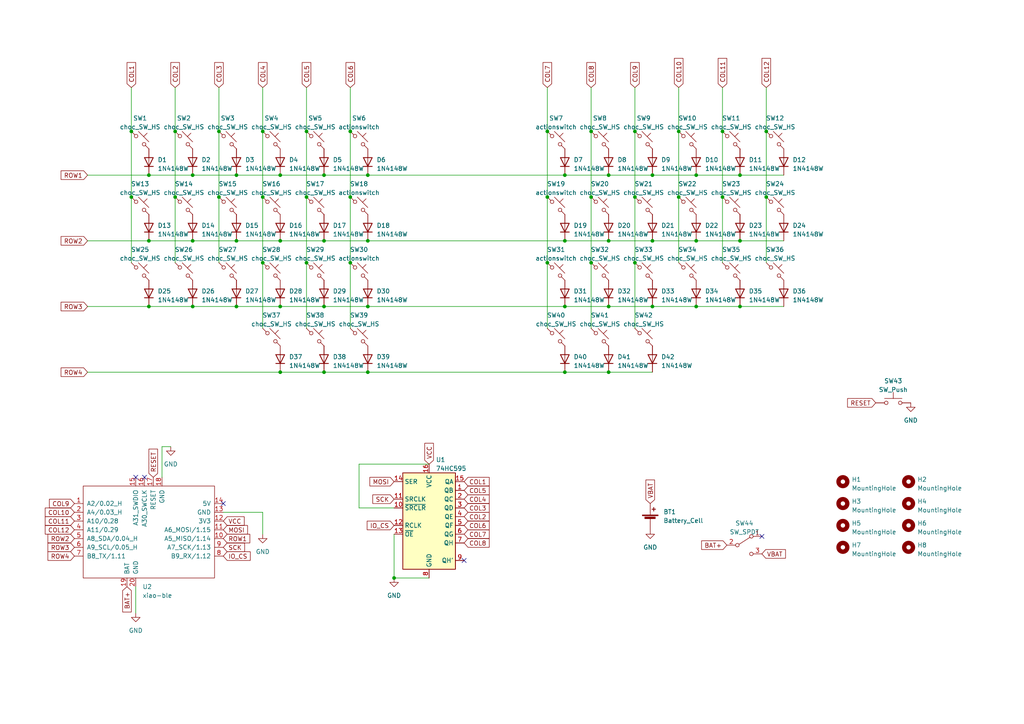
<source format=kicad_sch>
(kicad_sch (version 20230121) (generator eeschema)
  (paper "A4")
  (lib_symbols
    (symbol "74xx:74HC595"
      (property "Reference" "U" (at -7.62 13.97 0))
      (property "Value" "74HC595" (at -7.62 -16.51 0))
      (symbol "74HC595_1_0"
        (pin tri_state line (at 10.16 7.62 180) (length 2.54) (name "QB") (number "1"))
        (pin input line (at -10.16 2.54 0) (length 2.54) (name "~{SRCLR}") (number "10"))
        (pin input line (at -10.16 5.08 0) (length 2.54) (name "SRCLK") (number "11"))
        (pin input line (at -10.16 -2.54 0) (length 2.54) (name "RCLK") (number "12"))
        (pin input line (at -10.16 -5.08 0) (length 2.54) (name "~{OE}") (number "13"))
        (pin input line (at -10.16 10.16 0) (length 2.54) (name "SER") (number "14"))
        (pin tri_state line (at 10.16 10.16 180) (length 2.54) (name "QA") (number "15"))
        (pin power_in line (at 0 15.24 270) (length 2.54) (name "VCC") (number "16"))
        (pin tri_state line (at 10.16 5.08 180) (length 2.54) (name "QC") (number "2"))
        (pin tri_state line (at 10.16 2.54 180) (length 2.54) (name "QD") (number "3"))
        (pin tri_state line (at 10.16 0 180) (length 2.54) (name "QE") (number "4"))
        (pin tri_state line (at 10.16 -2.54 180) (length 2.54) (name "QF") (number "5"))
        (pin tri_state line (at 10.16 -5.08 180) (length 2.54) (name "QG") (number "6"))
        (pin tri_state line (at 10.16 -7.62 180) (length 2.54) (name "QH") (number "7"))
        (pin power_in line (at 0 -17.78 90) (length 2.54) (name "GND") (number "8"))
        (pin output line (at 10.16 -12.7 180) (length 2.54) (name "QH'") (number "9"))
      )
      (symbol "74HC595_1_1"
        (rectangle (start -7.62 12.7) (end 7.62 -15.24) (stroke (width 0.254)) (fill (type background)))
      )
    )
    (symbol "Device:Battery_Cell" (pin_numbers hide) (pin_names (offset 0) hide)
      (property "Reference" "BT" (at 2.54 2.54 0))
      (property "Value" "Battery_Cell" (at 2.54 0 0))
      (symbol "Battery_Cell_0_1"
        (rectangle (start -2.286 1.778) (end 2.286 1.524) (fill (type outline)))
        (rectangle (start -1.5748 1.1938) (end 1.4732 0.6858) (fill (type outline)))
        (polyline (pts (xy 0 0.762) (xy 0 0)))
        (polyline (pts (xy 0 1.778) (xy 0 2.54)))
        (polyline (pts (xy 0.508 3.429) (xy 1.524 3.429)) (stroke (width 0.254)))
        (polyline (pts (xy 1.016 3.937) (xy 1.016 2.921)) (stroke (width 0.254)))
      )
      (symbol "Battery_Cell_1_1"
        (pin passive line (at 0 5.08 270) (length 2.54) (name "+") (number "1"))
        (pin passive line (at 0 -2.54 90) (length 2.54) (name "-") (number "2"))
      )
    )
    (symbol "Diode:1N4148W" (pin_numbers hide) (pin_names hide)
      (property "Reference" "D" (at 0 2.54 0))
      (property "Value" "1N4148W" (at 0 -2.54 0))
      (symbol "1N4148W_0_1"
        (polyline (pts (xy -1.27 1.27) (xy -1.27 -1.27)) (stroke (width 0.254)))
        (polyline (pts (xy 1.27 0) (xy -1.27 0)))
        (polyline (pts (xy 1.27 1.27) (xy 1.27 -1.27) (xy -1.27 0) (xy 1.27 1.27)) (stroke (width 0.254)))
      )
      (symbol "1N4148W_1_1"
        (pin passive line (at -3.81 0 0) (length 2.54) (name "K") (number "1"))
        (pin passive line (at 3.81 0 180) (length 2.54) (name "A") (number "2"))
      )
    )
    (symbol "Mechanical:MountingHole" (pin_names (offset 1.016))
      (property "Reference" "H" (at 0 5.08 0))
      (property "Value" "MountingHole" (at 0 3.175 0))
      (symbol "MountingHole_0_1"
        (circle (center 0 0) (radius 1.27) (stroke (width 1.27)))
      )
    )
    (symbol "Switch:SW_Push" (pin_numbers hide) (pin_names (offset 1.016) hide)
      (property "Reference" "SW" (at 1.27 2.54 0))
      (property "Value" "SW_Push" (at 0 -1.524 0))
      (symbol "SW_Push_0_1"
        (circle (center -2.032 0) (radius 0.508))
        (polyline (pts (xy 0 1.27) (xy 0 3.048)))
        (polyline (pts (xy 2.54 1.27) (xy -2.54 1.27)))
        (circle (center 2.032 0) (radius 0.508))
        (pin passive line (at -5.08 0 0) (length 2.54) (name "1") (number "1"))
        (pin passive line (at 5.08 0 180) (length 2.54) (name "2") (number "2"))
      )
    )
    (symbol "Switch:SW_SPDT" (pin_names (offset 0) hide)
      (property "Reference" "SW" (at 0 4.318 0))
      (property "Value" "SW_SPDT" (at 0 -5.08 0))
      (symbol "SW_SPDT_0_0"
        (circle (center -2.032 0) (radius 0.508))
        (circle (center 2.032 -2.54) (radius 0.508))
      )
      (symbol "SW_SPDT_0_1"
        (polyline (pts (xy -1.524 0.254) (xy 1.651 2.286)))
        (circle (center 2.032 2.54) (radius 0.508))
      )
      (symbol "SW_SPDT_1_1"
        (pin passive line (at 5.08 2.54 180) (length 2.54) (name "A") (number "1"))
        (pin passive line (at -5.08 0 0) (length 2.54) (name "B") (number "2"))
        (pin passive line (at 5.08 -2.54 180) (length 2.54) (name "C") (number "3"))
      )
    )
    (symbol "power:GND" (power) (pin_names (offset 0))
      (property "Value" "GND" (at 0 -3.81 0))
      (symbol "GND_0_1"
        (polyline (pts (xy 0 0) (xy 0 -1.27) (xy 1.27 -1.27) (xy 0 -2.54) (xy -1.27 -1.27) (xy 0 -1.27)))
      )
      (symbol "GND_1_1"
        (pin power_in line (at 0 0 270) (length 0) hide (name "GND") (number "1"))
      )
    )
    (symbol "sepp:actionswitch" (pin_numbers hide) (pin_names (offset 1.016) hide)
      (property "Reference" "SW" (at 3.048 1.016 0))
      (property "Value" "actionswitch" (at 0 -3.81 0))
      (symbol "actionswitch_0_1"
        (circle (center -1.1684 1.1684) (radius 0.508))
        (polyline (pts (xy -0.508 2.54) (xy 2.54 -0.508)))
        (polyline (pts (xy 1.016 1.016) (xy 2.032 2.032)))
        (polyline (pts (xy -2.54 2.54) (xy -1.524 1.524) (xy -1.524 1.524)))
        (polyline (pts (xy 1.524 -1.524) (xy 2.54 -2.54) (xy 2.54 -2.54) (xy 2.54 -2.54)))
        (circle (center 1.143 -1.1938) (radius 0.508))
        (pin passive line (at -2.54 2.54 0) (length 0) (name "1") (number "1"))
        (pin passive line (at 2.54 -2.54 180) (length 0) (name "2") (number "2"))
      )
    )
    (symbol "sepp:choc_SW_HS" (pin_numbers hide) (pin_names (offset 1.016) hide)
      (property "Reference" "SW" (at 3.048 1.016 0))
      (property "Value" "choc_SW_HS" (at 0 -3.81 0))
      (symbol "choc_SW_HS_0_1"
        (circle (center -1.1684 1.1684) (radius 0.508))
        (polyline (pts (xy -0.508 2.54) (xy 2.54 -0.508)))
        (polyline (pts (xy 1.016 1.016) (xy 2.032 2.032)))
        (polyline (pts (xy -2.54 2.54) (xy -1.524 1.524) (xy -1.524 1.524)))
        (polyline (pts (xy 1.524 -1.524) (xy 2.54 -2.54) (xy 2.54 -2.54) (xy 2.54 -2.54)))
        (circle (center 1.143 -1.1938) (radius 0.508))
        (pin passive line (at -2.54 2.54 0) (length 0) (name "1") (number "1"))
        (pin passive line (at 2.54 -2.54 180) (length 0) (name "2") (number "2"))
      )
    )
    (symbol "sepp:xiao-ble-geist" (pin_names (offset 1.016))
      (property "Reference" "U1" (at -19.304 17.78 0))
      (property "Value" "xiao-ble" (at -19.304 15.24 0))
      (symbol "xiao-ble-geist_0_1"
        (rectangle (start -19.05 12.7) (end 19.05 -13.97))
      )
      (symbol "xiao-ble-geist_1_1"
        (pin bidirectional line (at -21.59 7.62 0) (length 2.54) (name "A2/0.02_H") (number "1"))
        (pin bidirectional line (at 21.59 -2.54 180) (length 2.54) (name "A5_MISO/1.14") (number "10"))
        (pin bidirectional line (at 21.59 0 180) (length 2.54) (name "A6_MOSI/1.15") (number "11"))
        (pin power_out line (at 21.59 2.54 180) (length 2.54) (name "3V3") (number "12"))
        (pin power_out line (at 21.59 5.08 180) (length 2.54) (name "GND") (number "13"))
        (pin power_out line (at 21.59 7.62 180) (length 2.54) (name "5V") (number "14"))
        (pin input line (at -3.81 15.24 270) (length 2.54) (name "A31_SWDIO") (number "15"))
        (pin input line (at -1.27 15.24 270) (length 2.54) (name "A30_SWCLK") (number "16"))
        (pin input line (at 1.27 15.24 270) (length 2.54) (name "RESET") (number "17"))
        (pin power_out line (at 3.81 15.24 270) (length 2.54) (name "GND") (number "18"))
        (pin bidirectional line (at -6.35 -16.51 90) (length 2.54) (name "BAT") (number "19"))
        (pin bidirectional line (at -21.59 5.08 0) (length 2.54) (name "A4/0.03_H") (number "2"))
        (pin power_out line (at -3.81 -16.51 90) (length 2.54) (name "GND") (number "20"))
        (pin bidirectional line (at -21.59 2.54 0) (length 2.54) (name "A10/0.28") (number "3"))
        (pin bidirectional line (at -21.59 0 0) (length 2.54) (name "A11/0.29") (number "4"))
        (pin bidirectional line (at -21.59 -2.54 0) (length 2.54) (name "A8_SDA/0.04_H") (number "5"))
        (pin bidirectional line (at -21.59 -5.08 0) (length 2.54) (name "A9_SCL/0.05_H") (number "6"))
        (pin bidirectional line (at -21.59 -7.62 0) (length 2.54) (name "B8_TX/1.11") (number "7"))
        (pin bidirectional line (at 21.59 -7.62 180) (length 2.54) (name "B9_RX/1.12") (number "8"))
        (pin bidirectional line (at 21.59 -5.08 180) (length 2.54) (name "A7_SCK/1.13") (number "9"))
      )
    )
  )
  (junction (at 76.2 57.15))
  (junction (at 55.88 69.85))
  (junction (at 189.23 50.8))
  (junction (at 201.93 88.9))
  (junction (at 214.63 69.85))
  (junction (at 93.98 88.9))
  (junction (at 76.2 76.2))
  (junction (at 93.98 69.85))
  (junction (at 55.88 88.9))
  (junction (at 209.55 57.15))
  (junction (at 88.9 57.15))
  (junction (at 184.15 38.1))
  (junction (at 43.18 50.8))
  (junction (at 50.8 57.15))
  (junction (at 76.2 38.1))
  (junction (at 88.9 38.1))
  (junction (at 106.68 50.8))
  (junction (at 68.58 50.8))
  (junction (at 101.6 38.1))
  (junction (at 176.53 107.95))
  (junction (at 101.6 76.2))
  (junction (at 171.45 38.1))
  (junction (at 106.68 88.9))
  (junction (at 214.63 88.9))
  (junction (at 163.83 69.85))
  (junction (at 101.6 57.15))
  (junction (at 163.83 50.8))
  (junction (at 196.85 57.15))
  (junction (at 209.55 38.1))
  (junction (at 55.88 50.8))
  (junction (at 93.98 50.8))
  (junction (at 68.58 88.9))
  (junction (at 189.23 69.85))
  (junction (at 88.9 76.2))
  (junction (at 176.53 69.85))
  (junction (at 114.3 167.64))
  (junction (at 201.93 50.8))
  (junction (at 163.83 88.9))
  (junction (at 196.85 38.1))
  (junction (at 106.68 69.85))
  (junction (at 222.25 38.1))
  (junction (at 201.93 69.85))
  (junction (at 68.58 69.85))
  (junction (at 184.15 57.15))
  (junction (at 158.75 76.2))
  (junction (at 158.75 38.1))
  (junction (at 63.5 57.15))
  (junction (at 106.68 107.95))
  (junction (at 176.53 50.8))
  (junction (at 222.25 57.15))
  (junction (at 184.15 76.2))
  (junction (at 81.28 50.8))
  (junction (at 176.53 88.9))
  (junction (at 158.75 57.15))
  (junction (at 81.28 69.85))
  (junction (at 63.5 38.1))
  (junction (at 38.1 38.1))
  (junction (at 43.18 69.85))
  (junction (at 81.28 88.9))
  (junction (at 43.18 88.9))
  (junction (at 38.1 57.15))
  (junction (at 214.63 50.8))
  (junction (at 50.8 38.1))
  (junction (at 81.28 107.95))
  (junction (at 171.45 57.15))
  (junction (at 93.98 107.95))
  (junction (at 163.83 107.95))
  (junction (at 189.23 88.9))
  (junction (at 171.45 76.2))
  (no_connect (at 39.37 138.43))
  (no_connect (at 64.77 146.05))
  (no_connect (at 41.91 138.43))
  (no_connect (at 134.62 162.56))
  (no_connect (at 220.98 155.575))
  (wire (pts (xy 163.83 88.9) (xy 176.53 88.9)))
  (wire (pts (xy 222.25 25.4) (xy 222.25 38.1)))
  (wire (pts (xy 76.2 38.1) (xy 76.2 57.15)))
  (wire (pts (xy 63.5 57.15) (xy 63.5 76.2)))
  (wire (pts (xy 171.45 38.1) (xy 171.45 57.15)))
  (wire (pts (xy 55.88 69.85) (xy 68.58 69.85)))
  (wire (pts (xy 201.93 88.9) (xy 214.63 88.9)))
  (wire (pts (xy 184.15 38.1) (xy 184.15 57.15)))
  (wire (pts (xy 63.5 25.4) (xy 63.5 38.1)))
  (wire (pts (xy 176.53 69.85) (xy 189.23 69.85)))
  (wire (pts (xy 43.18 69.85) (xy 55.88 69.85)))
  (wire (pts (xy 196.85 25.4) (xy 196.85 38.1)))
  (wire (pts (xy 214.63 50.8) (xy 227.33 50.8)))
  (wire (pts (xy 158.75 76.2) (xy 158.75 95.25)))
  (wire (pts (xy 158.75 38.1) (xy 158.75 57.15)))
  (wire (pts (xy 114.3 167.64) (xy 124.46 167.64)))
  (wire (pts (xy 25.4 69.85) (xy 43.18 69.85)))
  (wire (pts (xy 81.28 107.95) (xy 93.98 107.95)))
  (wire (pts (xy 201.93 50.8) (xy 214.63 50.8)))
  (wire (pts (xy 81.28 69.85) (xy 93.98 69.85)))
  (wire (pts (xy 50.8 57.15) (xy 50.8 76.2)))
  (wire (pts (xy 104.14 147.32) (xy 104.14 134.62)))
  (wire (pts (xy 214.63 69.85) (xy 227.33 69.85)))
  (wire (pts (xy 106.68 88.9) (xy 163.83 88.9)))
  (wire (pts (xy 50.8 38.1) (xy 50.8 57.15)))
  (wire (pts (xy 163.83 50.8) (xy 176.53 50.8)))
  (wire (pts (xy 184.15 57.15) (xy 184.15 76.2)))
  (wire (pts (xy 176.53 88.9) (xy 189.23 88.9)))
  (wire (pts (xy 106.68 50.8) (xy 163.83 50.8)))
  (wire (pts (xy 101.6 38.1) (xy 101.6 57.15)))
  (wire (pts (xy 106.68 107.95) (xy 163.83 107.95)))
  (wire (pts (xy 39.37 177.8) (xy 39.37 170.18)))
  (wire (pts (xy 189.23 88.9) (xy 201.93 88.9)))
  (wire (pts (xy 189.23 50.8) (xy 201.93 50.8)))
  (wire (pts (xy 38.1 25.4) (xy 38.1 38.1)))
  (wire (pts (xy 76.2 148.59) (xy 64.77 148.59)))
  (wire (pts (xy 158.75 57.15) (xy 158.75 76.2)))
  (wire (pts (xy 201.93 69.85) (xy 214.63 69.85)))
  (wire (pts (xy 55.88 50.8) (xy 68.58 50.8)))
  (wire (pts (xy 171.45 25.4) (xy 171.45 38.1)))
  (wire (pts (xy 209.55 25.4) (xy 209.55 38.1)))
  (wire (pts (xy 93.98 50.8) (xy 106.68 50.8)))
  (wire (pts (xy 196.85 57.15) (xy 196.85 76.2)))
  (wire (pts (xy 209.55 38.1) (xy 209.55 57.15)))
  (wire (pts (xy 38.1 57.15) (xy 38.1 76.2)))
  (wire (pts (xy 93.98 107.95) (xy 106.68 107.95)))
  (wire (pts (xy 76.2 57.15) (xy 76.2 76.2)))
  (wire (pts (xy 81.28 88.9) (xy 93.98 88.9)))
  (wire (pts (xy 88.9 38.1) (xy 88.9 57.15)))
  (wire (pts (xy 222.25 38.1) (xy 222.25 57.15)))
  (wire (pts (xy 158.75 25.4) (xy 158.75 38.1)))
  (wire (pts (xy 43.18 88.9) (xy 55.88 88.9)))
  (wire (pts (xy 101.6 57.15) (xy 101.6 76.2)))
  (wire (pts (xy 38.1 38.1) (xy 38.1 57.15)))
  (wire (pts (xy 93.98 88.9) (xy 106.68 88.9)))
  (wire (pts (xy 184.15 76.2) (xy 184.15 95.25)))
  (wire (pts (xy 214.63 88.9) (xy 227.33 88.9)))
  (wire (pts (xy 25.4 107.95) (xy 81.28 107.95)))
  (wire (pts (xy 104.14 134.62) (xy 124.46 134.62)))
  (wire (pts (xy 171.45 57.15) (xy 171.45 76.2)))
  (wire (pts (xy 189.23 69.85) (xy 201.93 69.85)))
  (wire (pts (xy 106.68 69.85) (xy 163.83 69.85)))
  (wire (pts (xy 46.99 129.54) (xy 46.99 138.43)))
  (wire (pts (xy 76.2 76.2) (xy 76.2 95.25)))
  (wire (pts (xy 88.9 57.15) (xy 88.9 76.2)))
  (wire (pts (xy 114.3 154.94) (xy 114.3 167.64)))
  (wire (pts (xy 81.28 50.8) (xy 93.98 50.8)))
  (wire (pts (xy 25.4 88.9) (xy 43.18 88.9)))
  (wire (pts (xy 93.98 69.85) (xy 106.68 69.85)))
  (wire (pts (xy 101.6 25.4) (xy 101.6 38.1)))
  (wire (pts (xy 76.2 25.4) (xy 76.2 38.1)))
  (wire (pts (xy 171.45 76.2) (xy 171.45 95.25)))
  (wire (pts (xy 196.85 38.1) (xy 196.85 57.15)))
  (wire (pts (xy 101.6 76.2) (xy 101.6 95.25)))
  (wire (pts (xy 68.58 50.8) (xy 81.28 50.8)))
  (wire (pts (xy 222.25 57.15) (xy 222.25 76.2)))
  (wire (pts (xy 55.88 88.9) (xy 68.58 88.9)))
  (wire (pts (xy 88.9 25.4) (xy 88.9 38.1)))
  (wire (pts (xy 25.4 50.8) (xy 43.18 50.8)))
  (wire (pts (xy 49.53 129.54) (xy 46.99 129.54)))
  (wire (pts (xy 176.53 107.95) (xy 189.23 107.95)))
  (wire (pts (xy 114.3 147.32) (xy 104.14 147.32)))
  (wire (pts (xy 76.2 154.94) (xy 76.2 148.59)))
  (wire (pts (xy 68.58 69.85) (xy 81.28 69.85)))
  (wire (pts (xy 163.83 69.85) (xy 176.53 69.85)))
  (wire (pts (xy 176.53 50.8) (xy 189.23 50.8)))
  (wire (pts (xy 209.55 57.15) (xy 209.55 76.2)))
  (wire (pts (xy 68.58 88.9) (xy 81.28 88.9)))
  (wire (pts (xy 50.8 25.4) (xy 50.8 38.1)))
  (wire (pts (xy 184.15 25.4) (xy 184.15 38.1)))
  (wire (pts (xy 63.5 38.1) (xy 63.5 57.15)))
  (wire (pts (xy 88.9 76.2) (xy 88.9 95.25)))
  (wire (pts (xy 43.18 50.8) (xy 55.88 50.8)))
  (wire (pts (xy 163.83 107.95) (xy 176.53 107.95)))
  (global_label "COL10" (shape input) (at 196.85 25.4 90) (property "Intersheetrefs" "${INTERSHEET_REFS}" (effects hide)))
  (global_label "ROW2" (shape input) (at 21.59 156.21 180) (property "Intersheetrefs" "${INTERSHEET_REFS}" (effects hide)))
  (global_label "COL5" (shape input) (at 134.62 142.24 0) (property "Intersheetrefs" "${INTERSHEET_REFS}" (effects hide)))
  (global_label "VCC" (shape input) (at 124.46 134.62 90) (property "Intersheetrefs" "${INTERSHEET_REFS}" (effects hide)))
  (global_label "COL7" (shape input) (at 158.75 25.4 90) (property "Intersheetrefs" "${INTERSHEET_REFS}" (effects hide)))
  (global_label "ROW2" (shape input) (at 25.4 69.85 180) (property "Intersheetrefs" "${INTERSHEET_REFS}" (effects hide)))
  (global_label "COL9" (shape input) (at 21.59 146.05 180) (property "Intersheetrefs" "${INTERSHEET_REFS}" (effects hide)))
  (global_label "MOSI" (shape input) (at 114.3 139.7 180) (property "Intersheetrefs" "${INTERSHEET_REFS}" (effects hide)))
  (global_label "COL1" (shape input) (at 134.62 139.7 0) (property "Intersheetrefs" "${INTERSHEET_REFS}" (effects hide)))
  (global_label "COL9" (shape input) (at 184.15 25.4 90) (property "Intersheetrefs" "${INTERSHEET_REFS}" (effects hide)))
  (global_label "COL12" (shape input) (at 222.25 25.4 90) (property "Intersheetrefs" "${INTERSHEET_REFS}" (effects hide)))
  (global_label "SCK" (shape input) (at 114.3 144.78 180) (property "Intersheetrefs" "${INTERSHEET_REFS}" (effects hide)))
  (global_label "COL2" (shape input) (at 134.62 149.86 0) (property "Intersheetrefs" "${INTERSHEET_REFS}" (effects hide)))
  (global_label "BAT+" (shape input) (at 36.83 170.18 270) (property "Intersheetrefs" "${INTERSHEET_REFS}" (effects hide)))
  (global_label "IO_CS" (shape input) (at 114.3 152.4 180) (property "Intersheetrefs" "${INTERSHEET_REFS}" (effects hide)))
  (global_label "BAT+" (shape input) (at 210.82 158.115 180) (property "Intersheetrefs" "${INTERSHEET_REFS}" (effects hide)))
  (global_label "COL10" (shape input) (at 21.59 148.59 180) (property "Intersheetrefs" "${INTERSHEET_REFS}" (effects hide)))
  (global_label "COL12" (shape input) (at 21.59 153.67 180) (property "Intersheetrefs" "${INTERSHEET_REFS}" (effects hide)))
  (global_label "VCC" (shape input) (at 64.77 151.13 0) (property "Intersheetrefs" "${INTERSHEET_REFS}" (effects hide)))
  (global_label "COL8" (shape input) (at 171.45 25.4 90) (property "Intersheetrefs" "${INTERSHEET_REFS}" (effects hide)))
  (global_label "COL1" (shape input) (at 38.1 25.4 90) (property "Intersheetrefs" "${INTERSHEET_REFS}" (effects hide)))
  (global_label "COL4" (shape input) (at 134.62 144.78 0) (property "Intersheetrefs" "${INTERSHEET_REFS}" (effects hide)))
  (global_label "COL5" (shape input) (at 88.9 25.4 90) (property "Intersheetrefs" "${INTERSHEET_REFS}" (effects hide)))
  (global_label "COL6" (shape input) (at 101.6 25.4 90) (property "Intersheetrefs" "${INTERSHEET_REFS}" (effects hide)))
  (global_label "COL8" (shape input) (at 134.62 157.48 0) (property "Intersheetrefs" "${INTERSHEET_REFS}" (effects hide)))
  (global_label "COL4" (shape input) (at 76.2 25.4 90) (property "Intersheetrefs" "${INTERSHEET_REFS}" (effects hide)))
  (global_label "MOSI" (shape input) (at 64.77 153.67 0) (property "Intersheetrefs" "${INTERSHEET_REFS}" (effects hide)))
  (global_label "COL11" (shape input) (at 209.55 25.4 90) (property "Intersheetrefs" "${INTERSHEET_REFS}" (effects hide)))
  (global_label "RESET" (shape input) (at 254 116.84 180) (property "Intersheetrefs" "${INTERSHEET_REFS}" (effects hide)))
  (global_label "COL6" (shape input) (at 134.62 152.4 0) (property "Intersheetrefs" "${INTERSHEET_REFS}" (effects hide)))
  (global_label "IO_CS" (shape input) (at 64.77 161.29 0) (property "Intersheetrefs" "${INTERSHEET_REFS}" (effects hide)))
  (global_label "ROW3" (shape input) (at 25.4 88.9 180) (property "Intersheetrefs" "${INTERSHEET_REFS}" (effects hide)))
  (global_label "ROW4" (shape input) (at 25.4 107.95 180) (property "Intersheetrefs" "${INTERSHEET_REFS}" (effects hide)))
  (global_label "COL3" (shape input) (at 134.62 147.32 0) (property "Intersheetrefs" "${INTERSHEET_REFS}" (effects hide)))
  (global_label "COL3" (shape input) (at 63.5 25.4 90) (property "Intersheetrefs" "${INTERSHEET_REFS}" (effects hide)))
  (global_label "ROW3" (shape input) (at 21.59 158.75 180) (property "Intersheetrefs" "${INTERSHEET_REFS}" (effects hide)))
  (global_label "SCK" (shape input) (at 64.77 158.75 0) (property "Intersheetrefs" "${INTERSHEET_REFS}" (effects hide)))
  (global_label "ROW4" (shape input) (at 21.59 161.29 180) (property "Intersheetrefs" "${INTERSHEET_REFS}" (effects hide)))
  (global_label "ROW1" (shape input) (at 64.77 156.21 0) (property "Intersheetrefs" "${INTERSHEET_REFS}" (effects hide)))
  (global_label "VBAT" (shape input) (at 188.595 146.05 90) (property "Intersheetrefs" "${INTERSHEET_REFS}" (effects hide)))
  (global_label "COL2" (shape input) (at 50.8 25.4 90) (property "Intersheetrefs" "${INTERSHEET_REFS}" (effects hide)))
  (global_label "ROW1" (shape input) (at 25.4 50.8 180) (property "Intersheetrefs" "${INTERSHEET_REFS}" (effects hide)))
  (global_label "COL7" (shape input) (at 134.62 154.94 0) (property "Intersheetrefs" "${INTERSHEET_REFS}" (effects hide)))
  (global_label "RESET" (shape input) (at 44.45 138.43 90) (property "Intersheetrefs" "${INTERSHEET_REFS}" (effects hide)))
  (global_label "VBAT" (shape input) (at 220.98 160.655 0) (property "Intersheetrefs" "${INTERSHEET_REFS}" (effects hide)))
  (global_label "COL11" (shape input) (at 21.59 151.13 180) (property "Intersheetrefs" "${INTERSHEET_REFS}" (effects hide)))
  (symbol (lib_id "sepp:choc_SW_HS") (at 212.09 59.69 0) (unit 1)
    (property "Reference" "SW23" (at 212.09 53.34 0))
    (property "Value" "choc_SW_HS" (at 212.09 55.88 0))
    (property "Footprint" "sepp:SW_choc_HS_1u" (effects hide))
  )
  (symbol (lib_id "sepp:actionswitch") (at 104.14 40.64 0) (unit 1)
    (property "Reference" "SW6" (at 104.14 34.29 0))
    (property "Value" "actionswitch" (at 104.14 36.83 0))
    (property "Footprint" "sepp:actionswitch" (effects hide))
  )
  (symbol (lib_id "sepp:choc_SW_HS") (at 40.64 40.64 0) (unit 1)
    (property "Reference" "SW1" (at 40.64 34.29 0))
    (property "Value" "choc_SW_HS" (at 40.64 36.83 0))
    (property "Footprint" "sepp:SW_choc_HS_1u" (effects hide))
  )
  (symbol (lib_id "sepp:choc_SW_HS") (at 186.69 78.74 0) (unit 1)
    (property "Reference" "SW33" (at 186.69 72.39 0))
    (property "Value" "choc_SW_HS" (at 186.69 74.93 0))
    (property "Footprint" "sepp:SW_choc_HS_1u" (effects hide))
  )
  (symbol (lib_id "sepp:choc_SW_HS") (at 224.79 40.64 0) (unit 1)
    (property "Reference" "SW12" (at 224.79 34.29 0))
    (property "Value" "choc_SW_HS" (at 224.79 36.83 0))
    (property "Footprint" "sepp:SW_choc_HS_1u" (effects hide))
  )
  (symbol (lib_id "sepp:actionswitch") (at 161.29 59.69 0) (unit 1)
    (property "Reference" "SW19" (at 161.29 53.34 0))
    (property "Value" "actionswitch" (at 161.29 55.88 0))
    (property "Footprint" "sepp:actionswitch" (effects hide))
  )
  (symbol (lib_id "sepp:choc_SW_HS") (at 199.39 78.74 0) (unit 1)
    (property "Reference" "SW34" (at 199.39 72.39 0))
    (property "Value" "choc_SW_HS" (at 199.39 74.93 0))
    (property "Footprint" "sepp:SW_choc_HS_1u" (effects hide))
  )
  (symbol (lib_id "Diode:1N4148W") (at 81.28 46.99 90) (unit 1)
    (property "Reference" "D4" (at 83.82 46.355 90) (effects (justify right)))
    (property "Value" "1N4148W" (at 83.82 48.895 90) (effects (justify right)))
    (property "Footprint" "sepp:D_SOD-123" (effects hide))
    (property "Datasheet" "https://www.vishay.com/docs/85748/1n4148w.pdf" (effects hide))
    (property "Sim.Device" "D" (effects hide))
    (property "Sim.Pins" "1=K 2=A" (effects hide))
  )
  (symbol (lib_id "Diode:1N4148W") (at 163.83 66.04 90) (unit 1)
    (property "Reference" "D19" (at 166.37 65.405 90) (effects (justify right)))
    (property "Value" "1N4148W" (at 166.37 67.945 90) (effects (justify right)))
    (property "Footprint" "sepp:D_SOD-123" (effects hide))
    (property "Datasheet" "https://www.vishay.com/docs/85748/1n4148w.pdf" (effects hide))
    (property "Sim.Device" "D" (effects hide))
    (property "Sim.Pins" "1=K 2=A" (effects hide))
  )
  (symbol (lib_id "sepp:choc_SW_HS") (at 199.39 59.69 0) (unit 1)
    (property "Reference" "SW22" (at 199.39 53.34 0))
    (property "Value" "choc_SW_HS" (at 199.39 55.88 0))
    (property "Footprint" "sepp:SW_choc_HS_1u" (effects hide))
  )
  (symbol (lib_id "Diode:1N4148W") (at 43.18 85.09 90) (unit 1)
    (property "Reference" "D25" (at 45.72 84.455 90) (effects (justify right)))
    (property "Value" "1N4148W" (at 45.72 86.995 90) (effects (justify right)))
    (property "Footprint" "sepp:D_SOD-123" (effects hide))
    (property "Datasheet" "https://www.vishay.com/docs/85748/1n4148w.pdf" (effects hide))
    (property "Sim.Device" "D" (effects hide))
    (property "Sim.Pins" "1=K 2=A" (effects hide))
  )
  (symbol (lib_id "Diode:1N4148W") (at 227.33 66.04 90) (unit 1)
    (property "Reference" "D24" (at 229.87 65.405 90) (effects (justify right)))
    (property "Value" "1N4148W" (at 229.87 67.945 90) (effects (justify right)))
    (property "Footprint" "sepp:D_SOD-123" (effects hide))
    (property "Datasheet" "https://www.vishay.com/docs/85748/1n4148w.pdf" (effects hide))
    (property "Sim.Device" "D" (effects hide))
    (property "Sim.Pins" "1=K 2=A" (effects hide))
  )
  (symbol (lib_id "Diode:1N4148W") (at 214.63 85.09 90) (unit 1)
    (property "Reference" "D35" (at 217.17 84.455 90) (effects (justify right)))
    (property "Value" "1N4148W" (at 217.17 86.995 90) (effects (justify right)))
    (property "Footprint" "sepp:D_SOD-123" (effects hide))
    (property "Datasheet" "https://www.vishay.com/docs/85748/1n4148w.pdf" (effects hide))
    (property "Sim.Device" "D" (effects hide))
    (property "Sim.Pins" "1=K 2=A" (effects hide))
  )
  (symbol (lib_id "Mechanical:MountingHole") (at 263.525 139.7 0) (unit 1)
    (property "Reference" "H2" (at 266.065 139.065 0) (effects (justify left)))
    (property "Value" "MountingHole" (at 266.065 141.605 0) (effects (justify left)))
    (property "Footprint" "MountingHole:MountingHole_2.2mm_M2_DIN965" (effects hide))
  )
  (symbol (lib_id "sepp:choc_SW_HS") (at 66.04 40.64 0) (unit 1)
    (property "Reference" "SW3" (at 66.04 34.29 0))
    (property "Value" "choc_SW_HS" (at 66.04 36.83 0))
    (property "Footprint" "sepp:SW_choc_HS_1u" (effects hide))
  )
  (symbol (lib_id "sepp:actionswitch") (at 161.29 40.64 0) (unit 1)
    (property "Reference" "SW7" (at 161.29 34.29 0))
    (property "Value" "actionswitch" (at 161.29 36.83 0))
    (property "Footprint" "sepp:actionswitch" (effects hide))
  )
  (symbol (lib_id "sepp:choc_SW_HS") (at 53.34 78.74 0) (unit 1)
    (property "Reference" "SW26" (at 53.34 72.39 0))
    (property "Value" "choc_SW_HS" (at 53.34 74.93 0))
    (property "Footprint" "sepp:SW_choc_HS_1u" (effects hide))
  )
  (symbol (lib_id "sepp:choc_SW_HS") (at 78.74 59.69 0) (unit 1)
    (property "Reference" "SW16" (at 78.74 53.34 0))
    (property "Value" "choc_SW_HS" (at 78.74 55.88 0))
    (property "Footprint" "sepp:SW_choc_HS_1u" (effects hide))
  )
  (symbol (lib_id "Diode:1N4148W") (at 43.18 46.99 90) (unit 1)
    (property "Reference" "D1" (at 45.72 46.355 90) (effects (justify right)))
    (property "Value" "1N4148W" (at 45.72 48.895 90) (effects (justify right)))
    (property "Footprint" "sepp:D_SOD-123" (effects hide))
    (property "Datasheet" "https://www.vishay.com/docs/85748/1n4148w.pdf" (effects hide))
    (property "Sim.Device" "D" (effects hide))
    (property "Sim.Pins" "1=K 2=A" (effects hide))
  )
  (symbol (lib_id "sepp:choc_SW_HS") (at 173.99 78.74 0) (unit 1)
    (property "Reference" "SW32" (at 173.99 72.39 0))
    (property "Value" "choc_SW_HS" (at 173.99 74.93 0))
    (property "Footprint" "sepp:SW_choc_HS_1u" (effects hide))
  )
  (symbol (lib_id "Mechanical:MountingHole") (at 244.475 152.4 0) (unit 1)
    (property "Reference" "H5" (at 247.015 151.765 0) (effects (justify left)))
    (property "Value" "MountingHole" (at 247.015 154.305 0) (effects (justify left)))
    (property "Footprint" "MountingHole:MountingHole_2.2mm_M2_DIN965" (effects hide))
  )
  (symbol (lib_id "Diode:1N4148W") (at 189.23 85.09 90) (unit 1)
    (property "Reference" "D33" (at 191.77 84.455 90) (effects (justify right)))
    (property "Value" "1N4148W" (at 191.77 86.995 90) (effects (justify right)))
    (property "Footprint" "sepp:D_SOD-123" (effects hide))
    (property "Datasheet" "https://www.vishay.com/docs/85748/1n4148w.pdf" (effects hide))
    (property "Sim.Device" "D" (effects hide))
    (property "Sim.Pins" "1=K 2=A" (effects hide))
  )
  (symbol (lib_id "Diode:1N4148W") (at 93.98 85.09 90) (unit 1)
    (property "Reference" "D29" (at 96.52 84.455 90) (effects (justify right)))
    (property "Value" "1N4148W" (at 96.52 86.995 90) (effects (justify right)))
    (property "Footprint" "sepp:D_SOD-123" (effects hide))
    (property "Datasheet" "https://www.vishay.com/docs/85748/1n4148w.pdf" (effects hide))
    (property "Sim.Device" "D" (effects hide))
    (property "Sim.Pins" "1=K 2=A" (effects hide))
  )
  (symbol (lib_id "sepp:actionswitch") (at 104.14 59.69 0) (unit 1)
    (property "Reference" "SW18" (at 104.14 53.34 0))
    (property "Value" "actionswitch" (at 104.14 55.88 0))
    (property "Footprint" "sepp:actionswitch" (effects hide))
  )
  (symbol (lib_id "sepp:choc_SW_HS") (at 224.79 78.74 0) (unit 1)
    (property "Reference" "SW36" (at 224.79 72.39 0))
    (property "Value" "choc_SW_HS" (at 224.79 74.93 0))
    (property "Footprint" "sepp:SW_choc_HS_1u" (effects hide))
  )
  (symbol (lib_id "Diode:1N4148W") (at 163.83 46.99 90) (unit 1)
    (property "Reference" "D7" (at 166.37 46.355 90) (effects (justify right)))
    (property "Value" "1N4148W" (at 166.37 48.895 90) (effects (justify right)))
    (property "Footprint" "sepp:D_SOD-123" (effects hide))
    (property "Datasheet" "https://www.vishay.com/docs/85748/1n4148w.pdf" (effects hide))
    (property "Sim.Device" "D" (effects hide))
    (property "Sim.Pins" "1=K 2=A" (effects hide))
  )
  (symbol (lib_id "Diode:1N4148W") (at 163.83 85.09 90) (unit 1)
    (property "Reference" "D31" (at 166.37 84.455 90) (effects (justify right)))
    (property "Value" "1N4148W" (at 166.37 86.995 90) (effects (justify right)))
    (property "Footprint" "sepp:D_SOD-123" (effects hide))
    (property "Datasheet" "https://www.vishay.com/docs/85748/1n4148w.pdf" (effects hide))
    (property "Sim.Device" "D" (effects hide))
    (property "Sim.Pins" "1=K 2=A" (effects hide))
  )
  (symbol (lib_id "Mechanical:MountingHole") (at 263.525 158.75 0) (unit 1)
    (property "Reference" "H8" (at 266.065 158.115 0) (effects (justify left)))
    (property "Value" "MountingHole" (at 266.065 160.655 0) (effects (justify left)))
    (property "Footprint" "MountingHole:MountingHole_2.2mm_M2_DIN965" (effects hide))
  )
  (symbol (lib_id "sepp:choc_SW_HS") (at 53.34 59.69 0) (unit 1)
    (property "Reference" "SW14" (at 53.34 53.34 0))
    (property "Value" "choc_SW_HS" (at 53.34 55.88 0))
    (property "Footprint" "sepp:SW_choc_HS_1u" (effects hide))
  )
  (symbol (lib_id "Diode:1N4148W") (at 106.68 66.04 90) (unit 1)
    (property "Reference" "D18" (at 109.22 65.405 90) (effects (justify right)))
    (property "Value" "1N4148W" (at 109.22 67.945 90) (effects (justify right)))
    (property "Footprint" "sepp:D_SOD-123" (effects hide))
    (property "Datasheet" "https://www.vishay.com/docs/85748/1n4148w.pdf" (effects hide))
    (property "Sim.Device" "D" (effects hide))
    (property "Sim.Pins" "1=K 2=A" (effects hide))
  )
  (symbol (lib_id "power:GND") (at 49.53 129.54 0) (unit 1)
    (property "Reference" "#PWR02" (effects hide))
    (property "Value" "GND" (at 49.53 134.62 0))
  )
  (symbol (lib_id "Diode:1N4148W") (at 106.68 85.09 90) (unit 1)
    (property "Reference" "D30" (at 109.22 84.455 90) (effects (justify right)))
    (property "Value" "1N4148W" (at 109.22 86.995 90) (effects (justify right)))
    (property "Footprint" "sepp:D_SOD-123" (effects hide))
    (property "Datasheet" "https://www.vishay.com/docs/85748/1n4148w.pdf" (effects hide))
    (property "Sim.Device" "D" (effects hide))
    (property "Sim.Pins" "1=K 2=A" (effects hide))
  )
  (symbol (lib_id "Diode:1N4148W") (at 55.88 85.09 90) (unit 1)
    (property "Reference" "D26" (at 58.42 84.455 90) (effects (justify right)))
    (property "Value" "1N4148W" (at 58.42 86.995 90) (effects (justify right)))
    (property "Footprint" "sepp:D_SOD-123" (effects hide))
    (property "Datasheet" "https://www.vishay.com/docs/85748/1n4148w.pdf" (effects hide))
    (property "Sim.Device" "D" (effects hide))
    (property "Sim.Pins" "1=K 2=A" (effects hide))
  )
  (symbol (lib_id "sepp:choc_SW_HS") (at 173.99 40.64 0) (unit 1)
    (property "Reference" "SW8" (at 173.99 34.29 0))
    (property "Value" "choc_SW_HS" (at 173.99 36.83 0))
    (property "Footprint" "sepp:SW_choc_HS_1u" (effects hide))
  )
  (symbol (lib_id "Diode:1N4148W") (at 227.33 85.09 90) (unit 1)
    (property "Reference" "D36" (at 229.87 84.455 90) (effects (justify right)))
    (property "Value" "1N4148W" (at 229.87 86.995 90) (effects (justify right)))
    (property "Footprint" "sepp:D_SOD-123" (effects hide))
    (property "Datasheet" "https://www.vishay.com/docs/85748/1n4148w.pdf" (effects hide))
    (property "Sim.Device" "D" (effects hide))
    (property "Sim.Pins" "1=K 2=A" (effects hide))
  )
  (symbol (lib_id "sepp:choc_SW_HS") (at 91.44 40.64 0) (unit 1)
    (property "Reference" "SW5" (at 91.44 34.29 0))
    (property "Value" "choc_SW_HS" (at 91.44 36.83 0))
    (property "Footprint" "sepp:SW_choc_HS_1u" (effects hide))
  )
  (symbol (lib_id "Mechanical:MountingHole") (at 244.475 139.7 0) (unit 1)
    (property "Reference" "H1" (at 247.015 139.065 0) (effects (justify left)))
    (property "Value" "MountingHole" (at 247.015 141.605 0) (effects (justify left)))
    (property "Footprint" "MountingHole:MountingHole_2.2mm_M2_DIN965" (effects hide))
  )
  (symbol (lib_id "Device:Battery_Cell") (at 188.595 151.13 0) (unit 1)
    (property "Reference" "BT1" (at 192.405 148.463 0) (effects (justify left)))
    (property "Value" "Battery_Cell" (at 192.405 151.003 0) (effects (justify left)))
    (property "Footprint" "Connector_JST:JST_PH_S2B-PH-K_1x02_P2.00mm_Horizontal" (effects hide))
  )
  (symbol (lib_id "74xx:74HC595") (at 124.46 149.86 0) (unit 1)
    (property "Reference" "U1" (at 126.4159 133.35 0) (effects (justify left)))
    (property "Value" "74HC595" (at 126.4159 135.89 0) (effects (justify left)))
    (property "Footprint" "Package_SO:SOP-16_3.9x9.9mm_P1.27mm" (effects hide))
    (property "Datasheet" "http://www.ti.com/lit/ds/symlink/sn74hc595.pdf" (effects hide))
  )
  (symbol (lib_id "Switch:SW_SPDT") (at 215.9 158.115 0) (unit 1)
    (property "Reference" "SW44" (at 215.9 151.765 0))
    (property "Value" "SW_SPDT" (at 215.9 154.305 0))
    (property "Footprint" "sepp:switch-MSK-12C02-smd" (effects hide))
  )
  (symbol (lib_id "Diode:1N4148W") (at 55.88 46.99 90) (unit 1)
    (property "Reference" "D2" (at 58.42 46.355 90) (effects (justify right)))
    (property "Value" "1N4148W" (at 58.42 48.895 90) (effects (justify right)))
    (property "Footprint" "sepp:D_SOD-123" (effects hide))
    (property "Datasheet" "https://www.vishay.com/docs/85748/1n4148w.pdf" (effects hide))
    (property "Sim.Device" "D" (effects hide))
    (property "Sim.Pins" "1=K 2=A" (effects hide))
  )
  (symbol (lib_id "Diode:1N4148W") (at 81.28 66.04 90) (unit 1)
    (property "Reference" "D16" (at 83.82 65.405 90) (effects (justify right)))
    (property "Value" "1N4148W" (at 83.82 67.945 90) (effects (justify right)))
    (property "Footprint" "sepp:D_SOD-123" (effects hide))
    (property "Datasheet" "https://www.vishay.com/docs/85748/1n4148w.pdf" (effects hide))
    (property "Sim.Device" "D" (effects hide))
    (property "Sim.Pins" "1=K 2=A" (effects hide))
  )
  (symbol (lib_id "power:GND") (at 264.16 116.84 0) (unit 1)
    (property "Reference" "#PWR01" (effects hide))
    (property "Value" "GND" (at 264.16 121.92 0))
  )
  (symbol (lib_id "sepp:choc_SW_HS") (at 173.99 59.69 0) (unit 1)
    (property "Reference" "SW20" (at 173.99 53.34 0))
    (property "Value" "choc_SW_HS" (at 173.99 55.88 0))
    (property "Footprint" "sepp:SW_choc_HS_1u" (effects hide))
  )
  (symbol (lib_id "Mechanical:MountingHole") (at 244.475 146.05 0) (unit 1)
    (property "Reference" "H3" (at 247.015 145.415 0) (effects (justify left)))
    (property "Value" "MountingHole" (at 247.015 147.955 0) (effects (justify left)))
    (property "Footprint" "MountingHole:MountingHole_2.2mm_M2_DIN965" (effects hide))
  )
  (symbol (lib_id "sepp:choc_SW_HS") (at 186.69 97.79 0) (unit 1)
    (property "Reference" "SW42" (at 186.69 91.44 0))
    (property "Value" "choc_SW_HS" (at 186.69 93.98 0))
    (property "Footprint" "sepp:SW_choc_HS_1u" (effects hide))
  )
  (symbol (lib_id "sepp:choc_SW_HS") (at 186.69 59.69 0) (unit 1)
    (property "Reference" "SW21" (at 186.69 53.34 0))
    (property "Value" "choc_SW_HS" (at 186.69 55.88 0))
    (property "Footprint" "sepp:SW_choc_HS_1u" (effects hide))
  )
  (symbol (lib_id "Diode:1N4148W") (at 163.83 104.14 90) (unit 1)
    (property "Reference" "D40" (at 166.37 103.505 90) (effects (justify right)))
    (property "Value" "1N4148W" (at 166.37 106.045 90) (effects (justify right)))
    (property "Footprint" "sepp:D_SOD-123" (effects hide))
    (property "Datasheet" "https://www.vishay.com/docs/85748/1n4148w.pdf" (effects hide))
    (property "Sim.Device" "D" (effects hide))
    (property "Sim.Pins" "1=K 2=A" (effects hide))
  )
  (symbol (lib_id "Diode:1N4148W") (at 68.58 46.99 90) (unit 1)
    (property "Reference" "D3" (at 71.12 46.355 90) (effects (justify right)))
    (property "Value" "1N4148W" (at 71.12 48.895 90) (effects (justify right)))
    (property "Footprint" "sepp:D_SOD-123" (effects hide))
    (property "Datasheet" "https://www.vishay.com/docs/85748/1n4148w.pdf" (effects hide))
    (property "Sim.Device" "D" (effects hide))
    (property "Sim.Pins" "1=K 2=A" (effects hide))
  )
  (symbol (lib_id "Diode:1N4148W") (at 189.23 46.99 90) (unit 1)
    (property "Reference" "D9" (at 191.77 46.355 90) (effects (justify right)))
    (property "Value" "1N4148W" (at 191.77 48.895 90) (effects (justify right)))
    (property "Footprint" "sepp:D_SOD-123" (effects hide))
    (property "Datasheet" "https://www.vishay.com/docs/85748/1n4148w.pdf" (effects hide))
    (property "Sim.Device" "D" (effects hide))
    (property "Sim.Pins" "1=K 2=A" (effects hide))
  )
  (symbol (lib_id "Diode:1N4148W") (at 227.33 46.99 90) (unit 1)
    (property "Reference" "D12" (at 229.87 46.355 90) (effects (justify right)))
    (property "Value" "1N4148W" (at 229.87 48.895 90) (effects (justify right)))
    (property "Footprint" "sepp:D_SOD-123" (effects hide))
    (property "Datasheet" "https://www.vishay.com/docs/85748/1n4148w.pdf" (effects hide))
    (property "Sim.Device" "D" (effects hide))
    (property "Sim.Pins" "1=K 2=A" (effects hide))
  )
  (symbol (lib_id "sepp:choc_SW_HS") (at 161.29 97.79 0) (unit 1)
    (property "Reference" "SW40" (at 161.29 91.44 0))
    (property "Value" "choc_SW_HS" (at 161.29 93.98 0))
    (property "Footprint" "sepp:SW_choc_HS_1u" (effects hide))
  )
  (symbol (lib_id "Mechanical:MountingHole") (at 244.475 158.75 0) (unit 1)
    (property "Reference" "H7" (at 247.015 158.115 0) (effects (justify left)))
    (property "Value" "MountingHole" (at 247.015 160.655 0) (effects (justify left)))
    (property "Footprint" "MountingHole:MountingHole_2.2mm_M2_DIN965" (effects hide))
  )
  (symbol (lib_id "Mechanical:MountingHole") (at 263.525 152.4 0) (unit 1)
    (property "Reference" "H6" (at 266.065 151.765 0) (effects (justify left)))
    (property "Value" "MountingHole" (at 266.065 154.305 0) (effects (justify left)))
    (property "Footprint" "MountingHole:MountingHole_2.2mm_M2_DIN965" (effects hide))
  )
  (symbol (lib_id "sepp:choc_SW_HS") (at 224.79 59.69 0) (unit 1)
    (property "Reference" "SW24" (at 224.79 53.34 0))
    (property "Value" "choc_SW_HS" (at 224.79 55.88 0))
    (property "Footprint" "sepp:SW_choc_HS_1u" (effects hide))
  )
  (symbol (lib_id "Diode:1N4148W") (at 43.18 66.04 90) (unit 1)
    (property "Reference" "D13" (at 45.72 65.405 90) (effects (justify right)))
    (property "Value" "1N4148W" (at 45.72 67.945 90) (effects (justify right)))
    (property "Footprint" "sepp:D_SOD-123" (effects hide))
    (property "Datasheet" "https://www.vishay.com/docs/85748/1n4148w.pdf" (effects hide))
    (property "Sim.Device" "D" (effects hide))
    (property "Sim.Pins" "1=K 2=A" (effects hide))
  )
  (symbol (lib_id "Diode:1N4148W") (at 106.68 104.14 90) (unit 1)
    (property "Reference" "D39" (at 109.22 103.505 90) (effects (justify right)))
    (property "Value" "1N4148W" (at 109.22 106.045 90) (effects (justify right)))
    (property "Footprint" "sepp:D_SOD-123" (effects hide))
    (property "Datasheet" "https://www.vishay.com/docs/85748/1n4148w.pdf" (effects hide))
    (property "Sim.Device" "D" (effects hide))
    (property "Sim.Pins" "1=K 2=A" (effects hide))
  )
  (symbol (lib_id "Diode:1N4148W") (at 189.23 66.04 90) (unit 1)
    (property "Reference" "D21" (at 191.77 65.405 90) (effects (justify right)))
    (property "Value" "1N4148W" (at 191.77 67.945 90) (effects (justify right)))
    (property "Footprint" "sepp:D_SOD-123" (effects hide))
    (property "Datasheet" "https://www.vishay.com/docs/85748/1n4148w.pdf" (effects hide))
    (property "Sim.Device" "D" (effects hide))
    (property "Sim.Pins" "1=K 2=A" (effects hide))
  )
  (symbol (lib_id "sepp:choc_SW_HS") (at 91.44 78.74 0) (unit 1)
    (property "Reference" "SW29" (at 91.44 72.39 0))
    (property "Value" "choc_SW_HS" (at 91.44 74.93 0))
    (property "Footprint" "sepp:SW_choc_HS_1u" (effects hide))
  )
  (symbol (lib_id "Diode:1N4148W") (at 176.53 66.04 90) (unit 1)
    (property "Reference" "D20" (at 179.07 65.405 90) (effects (justify right)))
    (property "Value" "1N4148W" (at 179.07 67.945 90) (effects (justify right)))
    (property "Footprint" "sepp:D_SOD-123" (effects hide))
    (property "Datasheet" "https://www.vishay.com/docs/85748/1n4148w.pdf" (effects hide))
    (property "Sim.Device" "D" (effects hide))
    (property "Sim.Pins" "1=K 2=A" (effects hide))
  )
  (symbol (lib_id "sepp:choc_SW_HS") (at 212.09 40.64 0) (unit 1)
    (property "Reference" "SW11" (at 212.09 34.29 0))
    (property "Value" "choc_SW_HS" (at 212.09 36.83 0))
    (property "Footprint" "sepp:SW_choc_HS_1u" (effects hide))
  )
  (symbol (lib_id "sepp:choc_SW_HS") (at 53.34 40.64 0) (unit 1)
    (property "Reference" "SW2" (at 53.34 34.29 0))
    (property "Value" "choc_SW_HS" (at 53.34 36.83 0))
    (property "Footprint" "sepp:SW_choc_HS_1u" (effects hide))
  )
  (symbol (lib_id "Diode:1N4148W") (at 176.53 46.99 90) (unit 1)
    (property "Reference" "D8" (at 179.07 46.355 90) (effects (justify right)))
    (property "Value" "1N4148W" (at 179.07 48.895 90) (effects (justify right)))
    (property "Footprint" "sepp:D_SOD-123" (effects hide))
    (property "Datasheet" "https://www.vishay.com/docs/85748/1n4148w.pdf" (effects hide))
    (property "Sim.Device" "D" (effects hide))
    (property "Sim.Pins" "1=K 2=A" (effects hide))
  )
  (symbol (lib_id "sepp:actionswitch") (at 161.29 78.74 0) (unit 1)
    (property "Reference" "SW31" (at 161.29 72.39 0))
    (property "Value" "actionswitch" (at 161.29 74.93 0))
    (property "Footprint" "sepp:actionswitch" (effects hide))
  )
  (symbol (lib_id "sepp:choc_SW_HS") (at 78.74 78.74 0) (unit 1)
    (property "Reference" "SW28" (at 78.74 72.39 0))
    (property "Value" "choc_SW_HS" (at 78.74 74.93 0))
    (property "Footprint" "sepp:SW_choc_HS_1u" (effects hide))
  )
  (symbol (lib_id "Diode:1N4148W") (at 201.93 46.99 90) (unit 1)
    (property "Reference" "D10" (at 204.47 46.355 90) (effects (justify right)))
    (property "Value" "1N4148W" (at 204.47 48.895 90) (effects (justify right)))
    (property "Footprint" "sepp:D_SOD-123" (effects hide))
    (property "Datasheet" "https://www.vishay.com/docs/85748/1n4148w.pdf" (effects hide))
    (property "Sim.Device" "D" (effects hide))
    (property "Sim.Pins" "1=K 2=A" (effects hide))
  )
  (symbol (lib_id "sepp:choc_SW_HS") (at 66.04 78.74 0) (unit 1)
    (property "Reference" "SW27" (at 66.04 72.39 0))
    (property "Value" "choc_SW_HS" (at 66.04 74.93 0))
    (property "Footprint" "sepp:SW_choc_HS_1u" (effects hide))
  )
  (symbol (lib_id "Diode:1N4148W") (at 214.63 46.99 90) (unit 1)
    (property "Reference" "D11" (at 217.17 46.355 90) (effects (justify right)))
    (property "Value" "1N4148W" (at 217.17 48.895 90) (effects (justify right)))
    (property "Footprint" "sepp:D_SOD-123" (effects hide))
    (property "Datasheet" "https://www.vishay.com/docs/85748/1n4148w.pdf" (effects hide))
    (property "Sim.Device" "D" (effects hide))
    (property "Sim.Pins" "1=K 2=A" (effects hide))
  )
  (symbol (lib_id "sepp:choc_SW_HS") (at 78.74 40.64 0) (unit 1)
    (property "Reference" "SW4" (at 78.74 34.29 0))
    (property "Value" "choc_SW_HS" (at 78.74 36.83 0))
    (property "Footprint" "sepp:SW_choc_HS_1u" (effects hide))
  )
  (symbol (lib_id "Diode:1N4148W") (at 93.98 66.04 90) (unit 1)
    (property "Reference" "D17" (at 96.52 65.405 90) (effects (justify right)))
    (property "Value" "1N4148W" (at 96.52 67.945 90) (effects (justify right)))
    (property "Footprint" "sepp:D_SOD-123" (effects hide))
    (property "Datasheet" "https://www.vishay.com/docs/85748/1n4148w.pdf" (effects hide))
    (property "Sim.Device" "D" (effects hide))
    (property "Sim.Pins" "1=K 2=A" (effects hide))
  )
  (symbol (lib_id "sepp:choc_SW_HS") (at 173.99 97.79 0) (unit 1)
    (property "Reference" "SW41" (at 173.99 91.44 0))
    (property "Value" "choc_SW_HS" (at 173.99 93.98 0))
    (property "Footprint" "sepp:SW_choc_HS_1u" (effects hide))
  )
  (symbol (lib_id "sepp:choc_SW_HS") (at 40.64 78.74 0) (unit 1)
    (property "Reference" "SW25" (at 40.64 72.39 0))
    (property "Value" "choc_SW_HS" (at 40.64 74.93 0))
    (property "Footprint" "sepp:SW_choc_HS_1u" (effects hide))
  )
  (symbol (lib_id "sepp:xiao-ble-geist") (at 43.18 153.67 0) (unit 1)
    (property "Reference" "U2" (at 41.3259 170.18 0) (effects (justify left)))
    (property "Value" "xiao-ble" (at 41.3259 172.72 0) (effects (justify left)))
    (property "Footprint" "sepp:xiao-ble-smd-cutout-geist" (effects hide))
  )
  (symbol (lib_id "Switch:SW_Push") (at 259.08 116.84 0) (unit 1)
    (property "Reference" "SW43" (at 259.08 110.49 0))
    (property "Value" "SW_Push" (at 259.08 113.03 0))
    (property "Footprint" "sepp:ResetSW" (effects hide))
  )
  (symbol (lib_id "sepp:choc_SW_HS") (at 91.44 59.69 0) (unit 1)
    (property "Reference" "SW17" (at 91.44 53.34 0))
    (property "Value" "choc_SW_HS" (at 91.44 55.88 0))
    (property "Footprint" "sepp:SW_choc_HS_1u" (effects hide))
  )
  (symbol (lib_id "Diode:1N4148W") (at 68.58 85.09 90) (unit 1)
    (property "Reference" "D27" (at 71.12 84.455 90) (effects (justify right)))
    (property "Value" "1N4148W" (at 71.12 86.995 90) (effects (justify right)))
    (property "Footprint" "sepp:D_SOD-123" (effects hide))
    (property "Datasheet" "https://www.vishay.com/docs/85748/1n4148w.pdf" (effects hide))
    (property "Sim.Device" "D" (effects hide))
    (property "Sim.Pins" "1=K 2=A" (effects hide))
  )
  (symbol (lib_id "sepp:choc_SW_HS") (at 40.64 59.69 0) (unit 1)
    (property "Reference" "SW13" (at 40.64 53.34 0))
    (property "Value" "choc_SW_HS" (at 40.64 55.88 0))
    (property "Footprint" "sepp:SW_choc_HS_1u" (effects hide))
  )
  (symbol (lib_id "Diode:1N4148W") (at 201.93 66.04 90) (unit 1)
    (property "Reference" "D22" (at 204.47 65.405 90) (effects (justify right)))
    (property "Value" "1N4148W" (at 204.47 67.945 90) (effects (justify right)))
    (property "Footprint" "sepp:D_SOD-123" (effects hide))
    (property "Datasheet" "https://www.vishay.com/docs/85748/1n4148w.pdf" (effects hide))
    (property "Sim.Device" "D" (effects hide))
    (property "Sim.Pins" "1=K 2=A" (effects hide))
  )
  (symbol (lib_id "Diode:1N4148W") (at 68.58 66.04 90) (unit 1)
    (property "Reference" "D15" (at 71.12 65.405 90) (effects (justify right)))
    (property "Value" "1N4148W" (at 71.12 67.945 90) (effects (justify right)))
    (property "Footprint" "sepp:D_SOD-123" (effects hide))
    (property "Datasheet" "https://www.vishay.com/docs/85748/1n4148w.pdf" (effects hide))
    (property "Sim.Device" "D" (effects hide))
    (property "Sim.Pins" "1=K 2=A" (effects hide))
  )
  (symbol (lib_id "Diode:1N4148W") (at 106.68 46.99 90) (unit 1)
    (property "Reference" "D6" (at 109.22 46.355 90) (effects (justify right)))
    (property "Value" "1N4148W" (at 109.22 48.895 90) (effects (justify right)))
    (property "Footprint" "sepp:D_SOD-123" (effects hide))
    (property "Datasheet" "https://www.vishay.com/docs/85748/1n4148w.pdf" (effects hide))
    (property "Sim.Device" "D" (effects hide))
    (property "Sim.Pins" "1=K 2=A" (effects hide))
  )
  (symbol (lib_id "Diode:1N4148W") (at 176.53 85.09 90) (unit 1)
    (property "Reference" "D32" (at 179.07 84.455 90) (effects (justify right)))
    (property "Value" "1N4148W" (at 179.07 86.995 90) (effects (justify right)))
    (property "Footprint" "sepp:D_SOD-123" (effects hide))
    (property "Datasheet" "https://www.vishay.com/docs/85748/1n4148w.pdf" (effects hide))
    (property "Sim.Device" "D" (effects hide))
    (property "Sim.Pins" "1=K 2=A" (effects hide))
  )
  (symbol (lib_id "Diode:1N4148W") (at 81.28 104.14 90) (unit 1)
    (property "Reference" "D37" (at 83.82 103.505 90) (effects (justify right)))
    (property "Value" "1N4148W" (at 83.82 106.045 90) (effects (justify right)))
    (property "Footprint" "sepp:D_SOD-123" (effects hide))
    (property "Datasheet" "https://www.vishay.com/docs/85748/1n4148w.pdf" (effects hide))
    (property "Sim.Device" "D" (effects hide))
    (property "Sim.Pins" "1=K 2=A" (effects hide))
  )
  (symbol (lib_id "sepp:choc_SW_HS") (at 199.39 40.64 0) (unit 1)
    (property "Reference" "SW10" (at 199.39 34.29 0))
    (property "Value" "choc_SW_HS" (at 199.39 36.83 0))
    (property "Footprint" "sepp:SW_choc_HS_1u" (effects hide))
  )
  (symbol (lib_id "Diode:1N4148W") (at 189.23 104.14 90) (unit 1)
    (property "Reference" "D42" (at 191.77 103.505 90) (effects (justify right)))
    (property "Value" "1N4148W" (at 191.77 106.045 90) (effects (justify right)))
    (property "Footprint" "sepp:D_SOD-123" (effects hide))
    (property "Datasheet" "https://www.vishay.com/docs/85748/1n4148w.pdf" (effects hide))
    (property "Sim.Device" "D" (effects hide))
    (property "Sim.Pins" "1=K 2=A" (effects hide))
  )
  (symbol (lib_id "Diode:1N4148W") (at 93.98 46.99 90) (unit 1)
    (property "Reference" "D5" (at 96.52 46.355 90) (effects (justify right)))
    (property "Value" "1N4148W" (at 96.52 48.895 90) (effects (justify right)))
    (property "Footprint" "sepp:D_SOD-123" (effects hide))
    (property "Datasheet" "https://www.vishay.com/docs/85748/1n4148w.pdf" (effects hide))
    (property "Sim.Device" "D" (effects hide))
    (property "Sim.Pins" "1=K 2=A" (effects hide))
  )
  (symbol (lib_id "Diode:1N4148W") (at 176.53 104.14 90) (unit 1)
    (property "Reference" "D41" (at 179.07 103.505 90) (effects (justify right)))
    (property "Value" "1N4148W" (at 179.07 106.045 90) (effects (justify right)))
    (property "Footprint" "sepp:D_SOD-123" (effects hide))
    (property "Datasheet" "https://www.vishay.com/docs/85748/1n4148w.pdf" (effects hide))
    (property "Sim.Device" "D" (effects hide))
    (property "Sim.Pins" "1=K 2=A" (effects hide))
  )
  (symbol (lib_id "sepp:choc_SW_HS") (at 78.74 97.79 0) (unit 1)
    (property "Reference" "SW37" (at 78.74 91.44 0))
    (property "Value" "choc_SW_HS" (at 78.74 93.98 0))
    (property "Footprint" "sepp:SW_choc_HS_1u" (effects hide))
  )
  (symbol (lib_id "sepp:actionswitch") (at 104.14 78.74 0) (unit 1)
    (property "Reference" "SW30" (at 104.14 72.39 0))
    (property "Value" "actionswitch" (at 104.14 74.93 0))
    (property "Footprint" "sepp:actionswitch" (effects hide))
  )
  (symbol (lib_id "sepp:choc_SW_HS") (at 66.04 59.69 0) (unit 1)
    (property "Reference" "SW15" (at 66.04 53.34 0))
    (property "Value" "choc_SW_HS" (at 66.04 55.88 0))
    (property "Footprint" "sepp:SW_choc_HS_1u" (effects hide))
  )
  (symbol (lib_id "Diode:1N4148W") (at 93.98 104.14 90) (unit 1)
    (property "Reference" "D38" (at 96.52 103.505 90) (effects (justify right)))
    (property "Value" "1N4148W" (at 96.52 106.045 90) (effects (justify right)))
    (property "Footprint" "sepp:D_SOD-123" (effects hide))
    (property "Datasheet" "https://www.vishay.com/docs/85748/1n4148w.pdf" (effects hide))
    (property "Sim.Device" "D" (effects hide))
    (property "Sim.Pins" "1=K 2=A" (effects hide))
  )
  (symbol (lib_id "Diode:1N4148W") (at 81.28 85.09 90) (unit 1)
    (property "Reference" "D28" (at 83.82 84.455 90) (effects (justify right)))
    (property "Value" "1N4148W" (at 83.82 86.995 90) (effects (justify right)))
    (property "Footprint" "sepp:D_SOD-123" (effects hide))
    (property "Datasheet" "https://www.vishay.com/docs/85748/1n4148w.pdf" (effects hide))
    (property "Sim.Device" "D" (effects hide))
    (property "Sim.Pins" "1=K 2=A" (effects hide))
  )
  (symbol (lib_id "Diode:1N4148W") (at 55.88 66.04 90) (unit 1)
    (property "Reference" "D14" (at 58.42 65.405 90) (effects (justify right)))
    (property "Value" "1N4148W" (at 58.42 67.945 90) (effects (justify right)))
    (property "Footprint" "sepp:D_SOD-123" (effects hide))
    (property "Datasheet" "https://www.vishay.com/docs/85748/1n4148w.pdf" (effects hide))
    (property "Sim.Device" "D" (effects hide))
    (property "Sim.Pins" "1=K 2=A" (effects hide))
  )
  (symbol (lib_id "Mechanical:MountingHole") (at 263.525 146.05 0) (unit 1)
    (property "Reference" "H4" (at 266.065 145.415 0) (effects (justify left)))
    (property "Value" "MountingHole" (at 266.065 147.955 0) (effects (justify left)))
    (property "Footprint" "MountingHole:MountingHole_2.2mm_M2_DIN965" (effects hide))
  )
  (symbol (lib_id "sepp:choc_SW_HS") (at 212.09 78.74 0) (unit 1)
    (property "Reference" "SW35" (at 212.09 72.39 0))
    (property "Value" "choc_SW_HS" (at 212.09 74.93 0))
    (property "Footprint" "sepp:SW_choc_HS_1u" (effects hide))
  )
  (symbol (lib_id "Diode:1N4148W") (at 214.63 66.04 90) (unit 1)
    (property "Reference" "D23" (at 217.17 65.405 90) (effects (justify right)))
    (property "Value" "1N4148W" (at 217.17 67.945 90) (effects (justify right)))
    (property "Footprint" "sepp:D_SOD-123" (effects hide))
    (property "Datasheet" "https://www.vishay.com/docs/85748/1n4148w.pdf" (effects hide))
    (property "Sim.Device" "D" (effects hide))
    (property "Sim.Pins" "1=K 2=A" (effects hide))
  )
  (symbol (lib_id "sepp:choc_SW_HS") (at 91.44 97.79 0) (unit 1)
    (property "Reference" "SW38" (at 91.44 91.44 0))
    (property "Value" "choc_SW_HS" (at 91.44 93.98 0))
    (property "Footprint" "sepp:SW_choc_HS_1u" (effects hide))
  )
  (symbol (lib_id "power:GND") (at 39.37 177.8 0) (unit 1)
    (property "Reference" "#PWR06" (effects hide))
    (property "Value" "GND" (at 39.37 182.88 0))
  )
  (symbol (lib_id "sepp:choc_SW_HS") (at 186.69 40.64 0) (unit 1)
    (property "Reference" "SW9" (at 186.69 34.29 0))
    (property "Value" "choc_SW_HS" (at 186.69 36.83 0))
    (property "Footprint" "sepp:SW_choc_HS_1u" (effects hide))
  )
  (symbol (lib_id "power:GND") (at 114.3 167.64 0) (unit 1)
    (property "Reference" "#PWR05" (effects hide))
    (property "Value" "GND" (at 114.3 172.72 0))
  )
  (symbol (lib_id "power:GND") (at 188.595 153.67 0) (unit 1)
    (property "Reference" "#PWR03" (effects hide))
    (property "Value" "GND" (at 188.595 158.75 0))
  )
  (symbol (lib_id "Diode:1N4148W") (at 201.93 85.09 90) (unit 1)
    (property "Reference" "D34" (at 204.47 84.455 90) (effects (justify right)))
    (property "Value" "1N4148W" (at 204.47 86.995 90) (effects (justify right)))
    (property "Footprint" "sepp:D_SOD-123" (effects hide))
    (property "Datasheet" "https://www.vishay.com/docs/85748/1n4148w.pdf" (effects hide))
    (property "Sim.Device" "D" (effects hide))
    (property "Sim.Pins" "1=K 2=A" (effects hide))
  )
  (symbol (lib_id "sepp:choc_SW_HS") (at 104.14 97.79 0) (unit 1)
    (property "Reference" "SW39" (at 104.14 91.44 0))
    (property "Value" "choc_SW_HS" (at 104.14 93.98 0))
    (property "Footprint" "sepp:SW_choc_HS_1u" (effects hide))
  )
  (symbol (lib_id "power:GND") (at 76.2 154.94 0) (unit 1)
    (property "Reference" "#PWR04" (effects hide))
    (property "Value" "GND" (at 76.2 160.02 0))
  )
)
</source>
